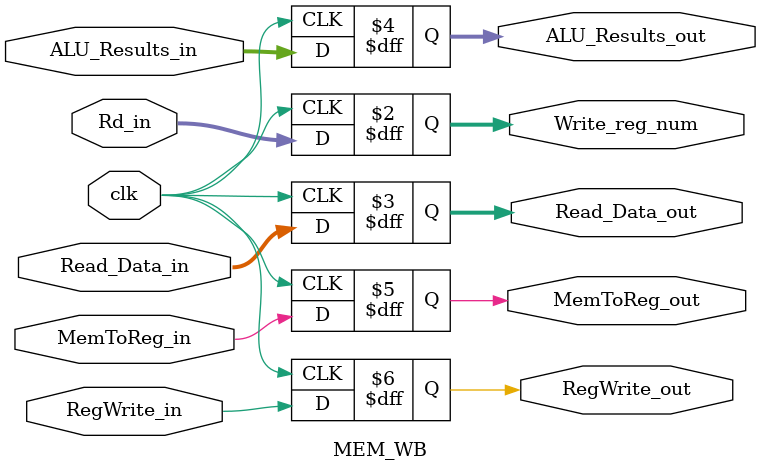
<source format=v>
`timescale 1ns / 1ps

module MEM_WB(input clk,MemToReg_in,RegWrite_in,
input [31:0] Read_Data_in,ALU_Results_in,
input[4:0] Rd_in,
output reg [4:0] Write_reg_num,
output reg [31:0] Read_Data_out,ALU_Results_out,
output reg MemToReg_out, RegWrite_out
    );
always@(posedge clk)
begin
    Read_Data_out <= Read_Data_in;
    ALU_Results_out <= ALU_Results_in;
    RegWrite_out <= RegWrite_in;
    MemToReg_out <= MemToReg_in;
    Write_reg_num <= Rd_in;
end
endmodule
</source>
